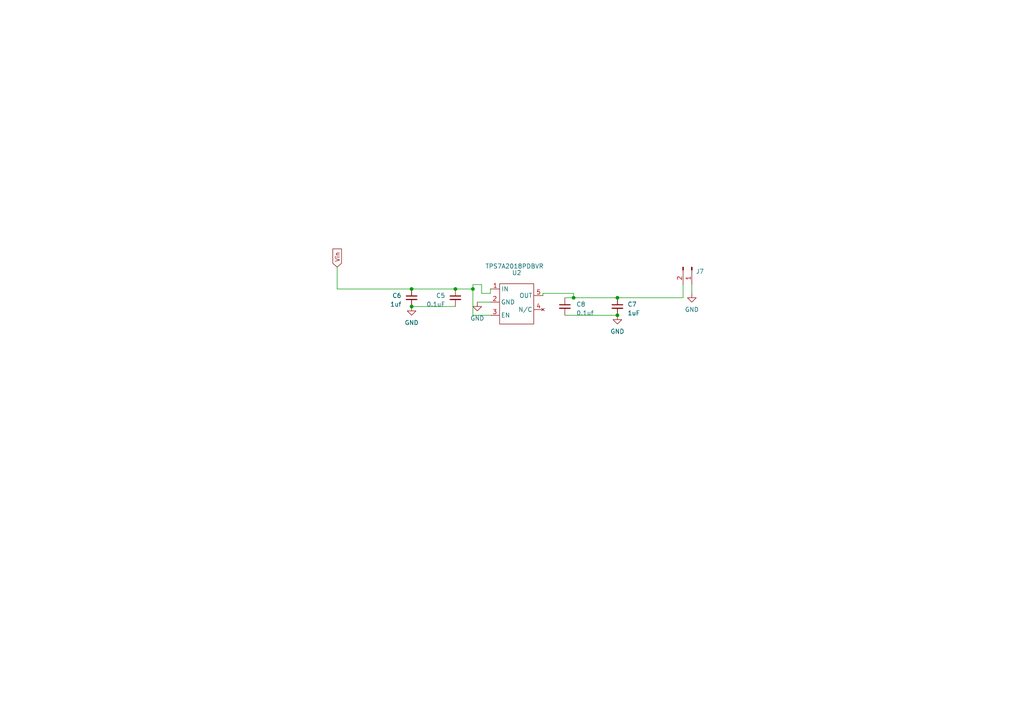
<source format=kicad_sch>
(kicad_sch (version 20230121) (generator eeschema)
  (paper "A4")
  (lib_symbols
    (symbol "Connector:Conn_01x02_Pin" (pin_names (offset 1.016) hide)
      (property "Reference" "J" (at 0 2.54 0))
      (property "Value" "Conn_01x02_Pin" (at 0 -5.08 0))
      (symbol "Conn_01x02_Pin_1_1"
        (polyline (pts (xy 1.27 -2.54) (xy 0.8636 -2.54)) (stroke (width 0.1524)))
        (polyline (pts (xy 1.27 0) (xy 0.8636 0)) (stroke (width 0.1524)))
        (rectangle (start 0.8636 -2.413) (end 0 -2.667) (stroke (width 0.1524)) (fill (type outline)))
        (rectangle (start 0.8636 0.127) (end 0 -0.127) (stroke (width 0.1524)) (fill (type outline)))
        (pin passive line (at 5.08 0 180) (length 3.81) (name "Pin_1") (number "1"))
        (pin passive line (at 5.08 -2.54 180) (length 3.81) (name "Pin_2") (number "2"))
      )
    )
    (symbol "Device:C_Small" (pin_numbers hide) (pin_names (offset 0.254) hide)
      (property "Reference" "C" (at 0.254 1.778 0))
      (property "Value" "C_Small" (at 0.254 -2.032 0))
      (symbol "C_Small_0_1"
        (polyline (pts (xy -1.524 -0.508) (xy 1.524 -0.508)) (stroke (width 0.3302)))
        (polyline (pts (xy -1.524 0.508) (xy 1.524 0.508)) (stroke (width 0.3048)))
      )
      (symbol "C_Small_1_1"
        (pin passive line (at 0 2.54 270) (length 2.032) (name "~") (number "1"))
        (pin passive line (at 0 -2.54 90) (length 2.032) (name "~") (number "2"))
      )
    )
    (symbol "Radar_pcb_pll:TPS7A2018PDBVR"
      (property "Reference" "U" (at 0.254 4.953 0))
      (property "Value" "TPS7A2018PDBVR" (at 2.159 7.62 0))
      (symbol "TPS7A2018PDBVR_0_1"
        (rectangle (start -2.159 2.54) (end 7.747 -9.144))
      )
      (symbol "TPS7A2018PDBVR_1_1"
        (pin input line (at -4.699 1.016 0) (length 2.54) (name "IN") (number "1"))
        (pin free line (at -4.826 -2.794 0) (length 2.54) (name "GND") (number "2"))
        (pin input line (at -4.826 -6.604 0) (length 2.54) (name "EN") (number "3"))
        (pin no_connect line (at 10.414 -4.953 180) (length 2.54) (name "N/C") (number "4"))
        (pin output line (at 10.414 -0.889 180) (length 2.54) (name "OUT") (number "5"))
      )
    )
    (symbol "power:GND" (power) (pin_names (offset 0))
      (property "Value" "GND" (at 0 -3.81 0))
      (symbol "GND_0_1"
        (polyline (pts (xy 0 0) (xy 0 -1.27) (xy 1.27 -1.27) (xy 0 -2.54) (xy -1.27 -1.27) (xy 0 -1.27)))
      )
      (symbol "GND_1_1"
        (pin power_in line (at 0 0 270) (length 0) hide (name "GND") (number "1"))
      )
    )
  )
  (junction (at 179.07 91.44))
  (junction (at 166.37 86.36))
  (junction (at 137.16 83.82))
  (junction (at 179.07 86.36))
  (junction (at 119.38 88.9))
  (junction (at 132.08 83.82))
  (junction (at 119.38 83.82))
  (wire (pts (xy 137.16 91.44) (xy 142.24 91.44)))
  (wire (pts (xy 97.79 83.82) (xy 119.38 83.82)))
  (wire (pts (xy 137.16 82.55) (xy 139.7 82.55)))
  (wire (pts (xy 157.48 85.09) (xy 166.37 85.09)))
  (wire (pts (xy 132.08 83.82) (xy 137.16 83.82)))
  (wire (pts (xy 166.37 86.36) (xy 163.83 86.36)))
  (wire (pts (xy 198.12 86.36) (xy 179.07 86.36)))
  (wire (pts (xy 142.24 85.09) (xy 142.24 83.82)))
  (wire (pts (xy 200.66 85.09) (xy 200.66 82.55)))
  (wire (pts (xy 139.7 82.55) (xy 139.7 85.09)))
  (wire (pts (xy 132.08 83.82) (xy 119.38 83.82)))
  (wire (pts (xy 166.37 85.09) (xy 166.37 86.36)))
  (wire (pts (xy 163.83 91.44) (xy 179.07 91.44)))
  (wire (pts (xy 198.12 82.55) (xy 198.12 86.36)))
  (wire (pts (xy 137.16 91.44) (xy 137.16 83.82)))
  (wire (pts (xy 97.79 77.47) (xy 97.79 83.82)))
  (wire (pts (xy 139.7 85.09) (xy 142.24 85.09)))
  (wire (pts (xy 132.08 88.9) (xy 119.38 88.9)))
  (wire (pts (xy 137.16 82.55) (xy 137.16 83.82)))
  (wire (pts (xy 142.24 83.82) (xy 142.367 83.82)))
  (wire (pts (xy 157.48 85.09) (xy 157.48 85.725)))
  (wire (pts (xy 166.37 86.36) (xy 179.07 86.36)))
  (wire (pts (xy 138.43 87.63) (xy 142.24 87.63)))
  (global_label "Vin" (shape input) (at 97.79 77.47 90) (property "Intersheetrefs" "${INTERSHEET_REFS}" (effects hide)))
  (symbol (lib_id "Device:C_Small") (at 179.07 88.9 0) (unit 1)
    (property "Reference" "C7" (at 181.991 88.2713 0) (effects (justify left)))
    (property "Value" "1uF" (at 181.991 90.8113 0) (effects (justify left)))
    (property "Footprint" "Capacitor_SMD:0603 usual" (effects hide))
    (instances (project "PowerManage.2" (path "" (reference "C7") (unit 1)) (path "" (reference "C4") (unit 1))))
  )
  (symbol (lib_id "Device:C_Small") (at 119.38 86.36 0) (mirror y) (unit 1)
    (property "Reference" "C6" (at 116.459 85.7313 0) (effects (justify left)))
    (property "Value" "1uf" (at 116.459 88.2713 0) (effects (justify left)))
    (property "Footprint" "Capacitor_SMD:0603 usual" (effects hide))
    (instances (project "PowerManage.2" (path "" (reference "C6") (unit 1)) (path "" (reference "C1") (unit 1))))
  )
  (symbol (lib_id "power:GND") (at 179.07 91.44 0) (unit 1)
    (property "Reference" "#PWR09" (effects hide))
    (property "Value" "GND" (at 179.07 96.139 0))
    (instances (project "PowerManage.2" (path "" (reference "#PWR09") (unit 1)) (path "" (reference "#PWR05") (unit 1))))
  )
  (symbol (lib_id "Device:C_Small") (at 132.08 86.36 0) (mirror y) (unit 1)
    (property "Reference" "C5" (at 129.159 85.7313 0) (effects (justify left)))
    (property "Value" "0.1uF" (at 129.159 88.2713 0) (effects (justify left)))
    (property "Footprint" "Capacitor_SMD:0603 usual" (effects hide))
    (instances (project "PowerManage.2" (path "" (reference "C5") (unit 1)) (path "" (reference "C2") (unit 1))))
  )
  (symbol (lib_id "Radar_pcb_pll:TPS7A2018PDBVR") (at 147.066 84.836 0) (unit 1)
    (property "Reference" "U2" (at 149.86 79.121 0))
    (property "Value" "TPS7A2018PDBVR" (at 149.225 77.216 0))
    (property "Footprint" "Package_TO_SOT_SMD:SOT_23_1.45mm" (effects hide))
    (instances (project "PowerManage.2" (path "" (reference "U2") (unit 1)) (path "" (reference "U1") (unit 1))))
  )
  (symbol (lib_id "power:GND") (at 200.66 85.09 0) (unit 1)
    (property "Reference" "#PWR09" (effects hide))
    (property "Value" "GND" (at 200.66 89.789 0))
    (instances (project "PowerManage.2" (path "" (reference "#PWR09") (unit 1)) (path "" (reference "#PWR02") (unit 1))))
  )
  (symbol (lib_id "power:GND") (at 138.43 87.63 0) (mirror y) (unit 1)
    (property "Reference" "#PWR010" (effects hide))
    (property "Value" "GND" (at 138.43 92.329 0))
    (instances (project "PowerManage.2" (path "" (reference "#PWR010") (unit 1)) (path "" (reference "#PWR04") (unit 1))))
  )
  (symbol (lib_id "Connector:Conn_01x02_Pin") (at 200.66 77.47 270) (unit 1)
    (property "Reference" "J7" (at 201.803 78.74 90) (effects (justify left)))
    (property "Value" "Conn_01x02_Pin" (effects hide))
    (property "Footprint" "Connector_JST:JST_XH_B2B-XH-A_1x02_P2.50mm_Vertical" (effects hide))
    (instances (project "PowerManage.2" (path "" (reference "J7") (unit 1)) (path "" (reference "J8") (unit 1))))
  )
  (symbol (lib_id "power:GND") (at 119.38 88.9 0) (mirror y) (unit 1)
    (property "Reference" "#PWR08" (effects hide))
    (property "Value" "GND" (at 119.38 93.599 0))
    (instances (project "PowerManage.2" (path "" (reference "#PWR08") (unit 1)) (path "" (reference "#PWR03") (unit 1))))
  )
  (symbol (lib_id "Device:C_Small") (at 163.83 88.9 0) (unit 1)
    (property "Reference" "C8" (at 167.132 88.2713 0) (effects (justify left)))
    (property "Value" "0.1uf" (at 167.132 90.8113 0) (effects (justify left)))
    (property "Footprint" "Capacitor_SMD:0603 usual" (effects hide))
    (instances (project "PowerManage.2" (path "" (reference "C8") (unit 1)) (path "" (reference "C3") (unit 1))))
  )
)
</source>
